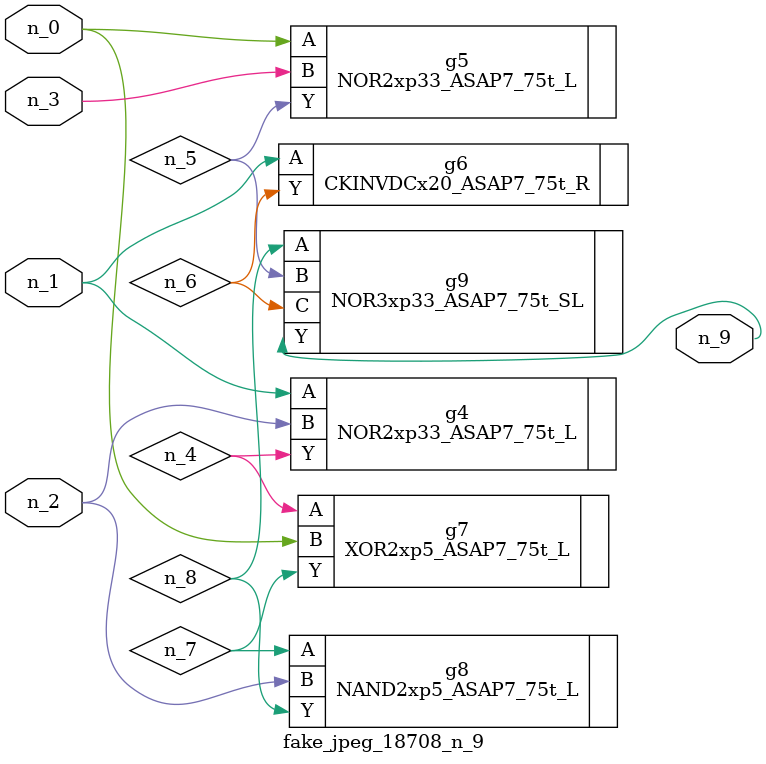
<source format=v>
module fake_jpeg_18708_n_9 (n_0, n_3, n_2, n_1, n_9);

input n_0;
input n_3;
input n_2;
input n_1;

output n_9;

wire n_4;
wire n_8;
wire n_6;
wire n_5;
wire n_7;

NOR2xp33_ASAP7_75t_L g4 ( 
.A(n_1),
.B(n_2),
.Y(n_4)
);

NOR2xp33_ASAP7_75t_L g5 ( 
.A(n_0),
.B(n_3),
.Y(n_5)
);

CKINVDCx20_ASAP7_75t_R g6 ( 
.A(n_1),
.Y(n_6)
);

XOR2xp5_ASAP7_75t_L g7 ( 
.A(n_4),
.B(n_0),
.Y(n_7)
);

NAND2xp5_ASAP7_75t_L g8 ( 
.A(n_7),
.B(n_2),
.Y(n_8)
);

NOR3xp33_ASAP7_75t_SL g9 ( 
.A(n_8),
.B(n_5),
.C(n_6),
.Y(n_9)
);


endmodule
</source>
